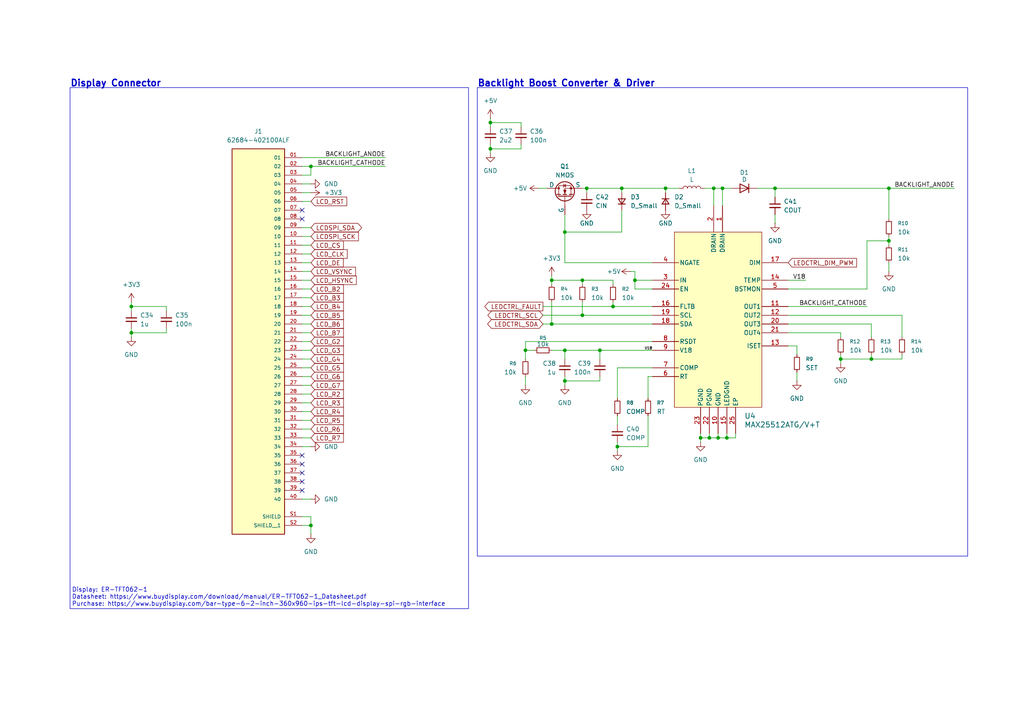
<source format=kicad_sch>
(kicad_sch (version 20250114) (generator "eeschema") (generator_version "9.0")
  (paper "A4")
  (lib_symbols
    (symbol "62684-402100ALF:62684-402100ALF" (pin_names (offset 1.016))
      (property "Reference" "J" (at -7.62 56.134 0))
      (property "Value" "62684-402100ALF" (at -7.62 -58.42 0))
      (symbol "62684-402100ALF_0_0"
        (rectangle (start -7.62 -55.88) (end 7.62 55.88) (stroke (width 0.254)) (fill (type background)))
        (pin passive line (at -12.7 53.34 0) (length 5.08) (name "01") (number "01"))
        (pin passive line (at -12.7 50.8 0) (length 5.08) (name "02") (number "02"))
        (pin passive line (at -12.7 48.26 0) (length 5.08) (name "03") (number "03"))
        (pin passive line (at -12.7 45.72 0) (length 5.08) (name "04") (number "04"))
        (pin passive line (at -12.7 43.18 0) (length 5.08) (name "05") (number "05"))
        (pin passive line (at -12.7 40.64 0) (length 5.08) (name "06") (number "06"))
        (pin passive line (at -12.7 38.1 0) (length 5.08) (name "07") (number "07"))
        (pin passive line (at -12.7 35.56 0) (length 5.08) (name "08") (number "08"))
        (pin passive line (at -12.7 33.02 0) (length 5.08) (name "09") (number "09"))
        (pin passive line (at -12.7 30.48 0) (length 5.08) (name "10") (number "10"))
        (pin passive line (at -12.7 27.94 0) (length 5.08) (name "11") (number "11"))
        (pin passive line (at -12.7 25.4 0) (length 5.08) (name "12") (number "12"))
        (pin passive line (at -12.7 22.86 0) (length 5.08) (name "13") (number "13"))
        (pin passive line (at -12.7 20.32 0) (length 5.08) (name "14") (number "14"))
        (pin passive line (at -12.7 17.78 0) (length 5.08) (name "15") (number "15"))
        (pin passive line (at -12.7 15.24 0) (length 5.08) (name "16") (number "16"))
        (pin passive line (at -12.7 12.7 0) (length 5.08) (name "17") (number "17"))
        (pin passive line (at -12.7 10.16 0) (length 5.08) (name "18") (number "18"))
        (pin passive line (at -12.7 7.62 0) (length 5.08) (name "19") (number "19"))
        (pin passive line (at -12.7 5.08 0) (length 5.08) (name "20") (number "20"))
        (pin passive line (at -12.7 2.54 0) (length 5.08) (name "21") (number "21"))
        (pin passive line (at -12.7 0 0) (length 5.08) (name "22") (number "22"))
        (pin passive line (at -12.7 -2.54 0) (length 5.08) (name "23") (number "23"))
        (pin passive line (at -12.7 -5.08 0) (length 5.08) (name "24") (number "24"))
        (pin passive line (at -12.7 -7.62 0) (length 5.08) (name "25") (number "25"))
        (pin passive line (at -12.7 -10.16 0) (length 5.08) (name "26") (number "26"))
        (pin passive line (at -12.7 -12.7 0) (length 5.08) (name "27") (number "27"))
        (pin passive line (at -12.7 -15.24 0) (length 5.08) (name "28") (number "28"))
        (pin passive line (at -12.7 -17.78 0) (length 5.08) (name "29") (number "29"))
        (pin passive line (at -12.7 -20.32 0) (length 5.08) (name "30") (number "30"))
        (pin passive line (at -12.7 -22.86 0) (length 5.08) (name "31") (number "31"))
        (pin passive line (at -12.7 -25.4 0) (length 5.08) (name "32") (number "32"))
        (pin passive line (at -12.7 -27.94 0) (length 5.08) (name "33") (number "33"))
        (pin passive line (at -12.7 -30.48 0) (length 5.08) (name "34") (number "34"))
        (pin passive line (at -12.7 -33.02 0) (length 5.08) (name "35") (number "35"))
        (pin passive line (at -12.7 -35.56 0) (length 5.08) (name "36") (number "36"))
        (pin passive line (at -12.7 -38.1 0) (length 5.08) (name "37") (number "37"))
        (pin passive line (at -12.7 -40.64 0) (length 5.08) (name "38") (number "38"))
        (pin passive line (at -12.7 -43.18 0) (length 5.08) (name "39") (number "39"))
        (pin passive line (at -12.7 -45.72 0) (length 5.08) (name "40") (number "40"))
        (pin passive line (at -12.7 -50.8 0) (length 5.08) (name "SHIELD") (number "S1"))
        (pin passive line (at -12.7 -53.34 0) (length 5.08) (name "SHIELD__1") (number "S2"))
      )
    )
    (symbol "Device:C_Small" (pin_numbers (hide yes)) (pin_names (offset 0.254) (hide yes))
      (property "Reference" "C" (at 0.254 1.778 0))
      (property "Value" "C_Small" (at 0.254 -2.032 0))
      (symbol "C_Small_0_1"
        (polyline (pts (xy -1.524 0.508) (xy 1.524 0.508)) (stroke (width 0.3048)))
        (polyline (pts (xy -1.524 -0.508) (xy 1.524 -0.508)) (stroke (width 0.3302)))
      )
      (symbol "C_Small_1_1"
        (pin passive line (at 0 2.54 270) (length 2.032) (name "~") (number "1"))
        (pin passive line (at 0 -2.54 90) (length 2.032) (name "~") (number "2"))
      )
    )
    (symbol "Device:D" (pin_numbers (hide yes)) (pin_names (offset 1.016) (hide yes))
      (property "Reference" "D" (at 0 2.54 0))
      (property "Value" "D" (at 0 -2.54 0))
      (symbol "D_0_1"
        (polyline (pts (xy -1.27 1.27) (xy -1.27 -1.27)) (stroke (width 0.254)))
        (polyline (pts (xy 1.27 1.27) (xy 1.27 -1.27) (xy -1.27 0) (xy 1.27 1.27)) (stroke (width 0.254)))
        (polyline (pts (xy 1.27 0) (xy -1.27 0)))
      )
      (symbol "D_1_1"
        (pin passive line (at -3.81 0 0) (length 2.54) (name "K") (number "1"))
        (pin passive line (at 3.81 0 180) (length 2.54) (name "A") (number "2"))
      )
    )
    (symbol "Device:D_Small" (pin_numbers (hide yes)) (pin_names (offset 0.254) (hide yes))
      (property "Reference" "D" (at -1.27 2.032 0))
      (property "Value" "D_Small" (at -3.81 -2.032 0))
      (symbol "D_Small_0_1"
        (polyline (pts (xy -0.762 0) (xy 0.762 0)))
        (polyline (pts (xy -0.762 -1.016) (xy -0.762 1.016)) (stroke (width 0.254)))
        (polyline (pts (xy 0.762 -1.016) (xy -0.762 0) (xy 0.762 1.016) (xy 0.762 -1.016)) (stroke (width 0.254)))
      )
      (symbol "D_Small_1_1"
        (pin passive line (at -2.54 0 0) (length 1.778) (name "K") (number "1"))
        (pin passive line (at 2.54 0 180) (length 1.778) (name "A") (number "2"))
      )
    )
    (symbol "Device:L" (pin_numbers (hide yes)) (pin_names (offset 1.016) (hide yes))
      (property "Reference" "L" (at -1.27 0 90))
      (property "Value" "L" (at 1.905 0 90))
      (symbol "L_0_1"
        (arc (start 0 2.54) (mid 0.6323 1.905) (end 0 1.27))
        (arc (start 0 1.27) (mid 0.6323 0.635) (end 0 0))
        (arc (start 0 0) (mid 0.6323 -0.635) (end 0 -1.27))
        (arc (start 0 -1.27) (mid 0.6323 -1.905) (end 0 -2.54))
      )
      (symbol "L_1_1"
        (pin passive line (at 0 3.81 270) (length 1.27) (name "1") (number "1"))
        (pin passive line (at 0 -3.81 90) (length 1.27) (name "2") (number "2"))
      )
    )
    (symbol "Device:R_Small" (pin_numbers (hide yes)) (pin_names (offset 0.254) (hide yes))
      (property "Reference" "R" (at 0 0 90))
      (property "Value" "R_Small" (at 1.778 0 90))
      (symbol "R_Small_0_1"
        (rectangle (start -0.762 1.778) (end 0.762 -1.778) (stroke (width 0.2032)))
      )
      (symbol "R_Small_1_1"
        (pin passive line (at 0 2.54 270) (length 0.762) (name "~") (number "1"))
        (pin passive line (at 0 -2.54 90) (length 0.762) (name "~") (number "2"))
      )
    )
    (symbol "MAX25512ATG/V+T:MAX25512ATG_V+T" (pin_names (offset 0.254))
      (property "Reference" "U" (at 26.416 4.572 0))
      (property "Value" "MAX25512ATG/V+T" (at 26.416 2.032 0))
      (symbol "MAX25512ATG_V+T_0_1"
        (pin unspecified line (at -6.35 -8.89 0) (length 7.62) (name "NGATE") (number "4"))
        (pin power_in line (at -6.35 -13.97 0) (length 7.62) (name "IN") (number "3"))
        (pin input line (at -6.35 -16.51 0) (length 7.62) (name "EN") (number "24"))
        (pin output line (at -6.35 -21.59 0) (length 7.62) (name "FLTB") (number "16"))
        (pin input line (at -6.35 -24.13 0) (length 7.62) (name "SCL") (number "19"))
        (pin unspecified line (at -6.35 -26.67 0) (length 7.62) (name "SDA") (number "18"))
        (pin input line (at -6.35 -31.75 0) (length 7.62) (name "RSDT") (number "8"))
        (pin power_in line (at -6.35 -34.29 0) (length 7.62) (name "V18") (number "9"))
        (pin input line (at -6.35 -39.37 0) (length 7.62) (name "COMP") (number "7"))
        (pin unspecified line (at -6.35 -41.91 0) (length 7.62) (name "RT") (number "6"))
        (pin power_out line (at 7.62 -58.42 90) (length 7.62) (name "PGND") (number "23"))
        (pin power_out line (at 10.16 -58.42 90) (length 7.62) (name "PGND") (number "22"))
        (pin unspecified line (at 11.43 7.62 270) (length 7.62) (name "DRAIN") (number "2"))
        (pin power_out line (at 12.7 -58.42 90) (length 7.62) (name "GND") (number "10"))
        (pin unspecified line (at 13.97 7.62 270) (length 7.62) (name "DRAIN") (number "1"))
        (pin power_out line (at 15.24 -58.42 90) (length 7.62) (name "LEDGND") (number "15"))
        (pin power_out line (at 17.78 -58.42 90) (length 7.62) (name "EP") (number "25"))
        (pin input line (at 33.02 -8.89 180) (length 7.62) (name "DIM") (number "17"))
        (pin input line (at 33.02 -13.97 180) (length 7.62) (name "TEMP") (number "14"))
        (pin input line (at 33.02 -16.51 180) (length 7.62) (name "BSTMON") (number "5"))
        (pin output line (at 33.02 -21.59 180) (length 7.62) (name "OUT1") (number "11"))
        (pin output line (at 33.02 -24.13 180) (length 7.62) (name "OUT2") (number "12"))
        (pin output line (at 33.02 -26.67 180) (length 7.62) (name "OUT3") (number "20"))
        (pin output line (at 33.02 -29.21 180) (length 7.62) (name "OUT4") (number "21"))
        (pin input line (at 33.02 -33.02 180) (length 7.62) (name "ISET") (number "13"))
      )
      (symbol "MAX25512ATG_V+T_1_1"
        (rectangle (start 0 0) (end 25.4 -50.8) (fill (type background)))
      )
    )
    (symbol "Simulation_SPICE:NMOS" (pin_numbers (hide yes)) (pin_names (offset 0))
      (property "Reference" "Q" (at 5.08 1.27 0))
      (property "Value" "NMOS" (at 5.08 -1.27 0))
      (symbol "NMOS_0_1"
        (polyline (pts (xy 0.254 1.905) (xy 0.254 -1.905)) (stroke (width 0.254)))
        (polyline (pts (xy 0.254 0) (xy -2.54 0)))
        (polyline (pts (xy 0.762 2.286) (xy 0.762 1.27)) (stroke (width 0.254)))
        (polyline (pts (xy 0.762 0.508) (xy 0.762 -0.508)) (stroke (width 0.254)))
        (polyline (pts (xy 0.762 -1.27) (xy 0.762 -2.286)) (stroke (width 0.254)))
        (polyline (pts (xy 0.762 -1.778) (xy 3.302 -1.778) (xy 3.302 1.778) (xy 0.762 1.778)))
        (polyline (pts (xy 1.016 0) (xy 2.032 0.381) (xy 2.032 -0.381) (xy 1.016 0)) (fill (type outline)))
        (circle (center 1.651 0) (radius 2.794) (stroke (width 0.254)))
        (polyline (pts (xy 2.54 2.54) (xy 2.54 1.778)))
        (circle (center 2.54 1.778) (radius 0.254) (fill (type outline)))
        (circle (center 2.54 -1.778) (radius 0.254) (fill (type outline)))
        (polyline (pts (xy 2.54 -2.54) (xy 2.54 0) (xy 0.762 0)))
        (polyline (pts (xy 2.794 0.508) (xy 2.921 0.381) (xy 3.683 0.381) (xy 3.81 0.254)))
        (polyline (pts (xy 3.302 0.381) (xy 2.921 -0.254) (xy 3.683 -0.254) (xy 3.302 0.381)))
      )
      (symbol "NMOS_1_1"
        (pin input line (at -5.08 0 0) (length 2.54) (name "G") (number "2"))
        (pin passive line (at 2.54 5.08 270) (length 2.54) (name "D") (number "1"))
        (pin passive line (at 2.54 -5.08 90) (length 2.54) (name "S") (number "3"))
      )
    )
    (symbol "power:+3V3" (power) (pin_numbers (hide yes)) (pin_names (offset 0) (hide yes))
      (property "Value" "+3V3" (at 0 3.556 0))
      (symbol "+3V3_0_1"
        (polyline (pts (xy -0.762 1.27) (xy 0 2.54)))
        (polyline (pts (xy 0 2.54) (xy 0.762 1.27)))
        (polyline (pts (xy 0 0) (xy 0 2.54)))
      )
      (symbol "+3V3_1_1"
        (pin power_in line (at 0 0 90) (length 0) (name "~") (number "1"))
      )
    )
    (symbol "power:+5V" (power) (pin_numbers (hide yes)) (pin_names (offset 0) (hide yes))
      (property "Value" "+5V" (at 0 3.556 0))
      (symbol "+5V_0_1"
        (polyline (pts (xy -0.762 1.27) (xy 0 2.54)))
        (polyline (pts (xy 0 2.54) (xy 0.762 1.27)))
        (polyline (pts (xy 0 0) (xy 0 2.54)))
      )
      (symbol "+5V_1_1"
        (pin power_in line (at 0 0 90) (length 0) (name "~") (number "1"))
      )
    )
    (symbol "power:GND" (power) (pin_numbers (hide yes)) (pin_names (offset 0) (hide yes))
      (property "Value" "GND" (at 0 -3.81 0))
      (symbol "GND_0_1"
        (polyline (pts (xy 0 0) (xy 0 -1.27) (xy 1.27 -1.27) (xy 0 -2.54) (xy -1.27 -1.27) (xy 0 -1.27)))
      )
      (symbol "GND_1_1"
        (pin power_in line (at 0 0 270) (length 0) (name "~") (number "1"))
      )
    )
  )
  (rectangle (start 138.43 25.4) (end 280.67 161.29))
  (rectangle (start 20.32 25.4) (end 135.89 176.53))
  (text "Display Connector" (at 20.32 25.4 0) (effects (font (size 1.905 1.905) (thickness 0.381) (bold yes)) (justify left bottom)))
  (text "Backlight Boost Converter & Driver" (at 138.43 25.4 0) (effects (font (size 1.905 1.905) (thickness 0.381) (bold yes)) (justify left bottom)))
  (text "Display: ER-TFT062-1\nDatasheet: https://www.buydisplay.com/download/manual/ER-TFT062-1_Datasheet.pdf\nPurchase: https://www.buydisplay.com/bar-type-6-2-inch-360x960-ips-tft-lcd-display-spi-rgb-interface" (at 20.828 176.022 0) (effects (font (size 1.27 1.27)) (justify left bottom)))
  (junction (at 160.02 93.98))
  (junction (at 179.07 129.54))
  (junction (at 207.01 54.61))
  (junction (at 243.84 104.14))
  (junction (at 168.91 91.44))
  (junction (at 209.55 54.61))
  (junction (at 38.1 96.52))
  (junction (at 173.99 101.6))
  (junction (at 163.83 101.6))
  (junction (at 257.81 54.61))
  (junction (at 205.74 127))
  (junction (at 184.15 81.28))
  (junction (at 224.79 54.61))
  (junction (at 257.81 69.85))
  (junction (at 38.1 88.9))
  (junction (at 210.82 127))
  (junction (at 163.83 67.31))
  (junction (at 163.83 110.49))
  (junction (at 180.34 54.61))
  (junction (at 193.04 54.61))
  (junction (at 142.24 35.56))
  (junction (at 152.4 101.6))
  (junction (at 170.18 54.61))
  (junction (at 208.28 127))
  (junction (at 252.73 104.14))
  (junction (at 90.17 152.4))
  (junction (at 142.24 43.18))
  (junction (at 168.91 81.28))
  (junction (at 90.17 48.26))
  (junction (at 160.02 81.28))
  (junction (at 177.8 88.9))
  (junction (at 203.2 127))
  (no_connect (at 87.63 137.16))
  (no_connect (at 87.63 139.7))
  (no_connect (at 87.63 63.5))
  (no_connect (at 87.63 134.62))
  (no_connect (at 87.63 132.08))
  (no_connect (at 87.63 142.24))
  (no_connect (at 87.63 60.96))
  (wire (pts (xy 90.17 124.46) (xy 87.63 124.46)))
  (wire (pts (xy 160.02 101.6) (xy 163.83 101.6)))
  (wire (pts (xy 90.17 121.92) (xy 87.63 121.92)))
  (wire (pts (xy 177.8 87.63) (xy 177.8 88.9)))
  (wire (pts (xy 180.34 67.31) (xy 163.83 67.31)))
  (wire (pts (xy 163.83 109.22) (xy 163.83 110.49)))
  (wire (pts (xy 154.94 101.6) (xy 152.4 101.6)))
  (wire (pts (xy 90.17 119.38) (xy 87.63 119.38)))
  (wire (pts (xy 193.04 54.61) (xy 196.85 54.61)))
  (wire (pts (xy 187.96 109.22) (xy 189.23 109.22)))
  (wire (pts (xy 142.24 34.29) (xy 142.24 35.56)))
  (wire (pts (xy 205.74 127) (xy 203.2 127)))
  (wire (pts (xy 213.36 125.73) (xy 213.36 127)))
  (wire (pts (xy 38.1 88.9) (xy 38.1 90.17)))
  (wire (pts (xy 184.15 78.74) (xy 182.88 78.74)))
  (wire (pts (xy 90.17 93.98) (xy 87.63 93.98)))
  (wire (pts (xy 90.17 86.36) (xy 87.63 86.36)))
  (wire (pts (xy 151.13 35.56) (xy 151.13 36.83)))
  (wire (pts (xy 213.36 127) (xy 210.82 127)))
  (wire (pts (xy 90.17 96.52) (xy 87.63 96.52)))
  (wire (pts (xy 179.07 128.27) (xy 179.07 129.54)))
  (wire (pts (xy 209.55 59.69) (xy 209.55 54.61)))
  (wire (pts (xy 209.55 54.61) (xy 207.01 54.61)))
  (wire (pts (xy 243.84 105.41) (xy 243.84 104.14)))
  (wire (pts (xy 170.18 54.61) (xy 180.34 54.61)))
  (wire (pts (xy 179.07 129.54) (xy 187.96 129.54)))
  (wire (pts (xy 90.17 154.94) (xy 90.17 152.4)))
  (wire (pts (xy 48.26 90.17) (xy 48.26 88.9)))
  (wire (pts (xy 179.07 129.54) (xy 179.07 130.81)))
  (wire (pts (xy 163.83 104.14) (xy 163.83 101.6)))
  (wire (pts (xy 90.17 111.76) (xy 87.63 111.76)))
  (wire (pts (xy 163.83 67.31) (xy 163.83 76.2)))
  (wire (pts (xy 87.63 152.4) (xy 90.17 152.4)))
  (wire (pts (xy 189.23 106.68) (xy 179.07 106.68)))
  (wire (pts (xy 152.4 99.06) (xy 189.23 99.06)))
  (wire (pts (xy 90.17 78.74) (xy 87.63 78.74)))
  (wire (pts (xy 87.63 144.78) (xy 90.17 144.78)))
  (wire (pts (xy 257.81 69.85) (xy 257.81 71.12)))
  (wire (pts (xy 87.63 55.88) (xy 90.17 55.88)))
  (wire (pts (xy 210.82 127) (xy 208.28 127)))
  (wire (pts (xy 90.17 127) (xy 87.63 127)))
  (wire (pts (xy 151.13 41.91) (xy 151.13 43.18)))
  (wire (pts (xy 48.26 95.25) (xy 48.26 96.52)))
  (wire (pts (xy 168.91 91.44) (xy 189.23 91.44)))
  (wire (pts (xy 257.81 68.58) (xy 257.81 69.85)))
  (wire (pts (xy 257.81 69.85) (xy 251.46 69.85)))
  (wire (pts (xy 252.73 104.14) (xy 261.62 104.14)))
  (wire (pts (xy 90.17 83.82) (xy 87.63 83.82)))
  (wire (pts (xy 163.83 101.6) (xy 173.99 101.6)))
  (wire (pts (xy 231.14 107.95) (xy 231.14 110.49)))
  (wire (pts (xy 180.34 60.96) (xy 180.34 67.31)))
  (wire (pts (xy 90.17 48.26) (xy 111.76 48.26)))
  (wire (pts (xy 173.99 109.22) (xy 173.99 110.49)))
  (wire (pts (xy 90.17 81.28) (xy 87.63 81.28)))
  (wire (pts (xy 251.46 69.85) (xy 251.46 83.82)))
  (wire (pts (xy 184.15 83.82) (xy 184.15 81.28)))
  (wire (pts (xy 203.2 127) (xy 203.2 128.27)))
  (wire (pts (xy 90.17 106.68) (xy 87.63 106.68)))
  (wire (pts (xy 210.82 125.73) (xy 210.82 127)))
  (wire (pts (xy 157.48 88.9) (xy 177.8 88.9)))
  (wire (pts (xy 142.24 43.18) (xy 151.13 43.18)))
  (wire (pts (xy 208.28 125.73) (xy 208.28 127)))
  (wire (pts (xy 180.34 55.88) (xy 180.34 54.61)))
  (wire (pts (xy 173.99 110.49) (xy 163.83 110.49)))
  (wire (pts (xy 156.21 54.61) (xy 158.75 54.61)))
  (wire (pts (xy 87.63 53.34) (xy 90.17 53.34)))
  (wire (pts (xy 228.6 88.9) (xy 251.46 88.9)))
  (wire (pts (xy 231.14 100.33) (xy 228.6 100.33)))
  (wire (pts (xy 90.17 114.3) (xy 87.63 114.3)))
  (wire (pts (xy 205.74 125.73) (xy 205.74 127)))
  (wire (pts (xy 163.83 76.2) (xy 189.23 76.2)))
  (wire (pts (xy 219.71 54.61) (xy 224.79 54.61)))
  (wire (pts (xy 90.17 149.86) (xy 87.63 149.86)))
  (wire (pts (xy 257.81 54.61) (xy 276.86 54.61)))
  (wire (pts (xy 170.18 55.88) (xy 170.18 54.61)))
  (wire (pts (xy 90.17 88.9) (xy 87.63 88.9)))
  (wire (pts (xy 251.46 83.82) (xy 228.6 83.82)))
  (wire (pts (xy 179.07 106.68) (xy 179.07 115.57)))
  (wire (pts (xy 90.17 73.66) (xy 87.63 73.66)))
  (wire (pts (xy 228.6 93.98) (xy 252.73 93.98)))
  (wire (pts (xy 160.02 87.63) (xy 160.02 93.98)))
  (wire (pts (xy 252.73 102.87) (xy 252.73 104.14)))
  (wire (pts (xy 160.02 80.01) (xy 160.02 81.28)))
  (wire (pts (xy 90.17 99.06) (xy 87.63 99.06)))
  (wire (pts (xy 261.62 91.44) (xy 261.62 97.79)))
  (wire (pts (xy 38.1 96.52) (xy 38.1 97.79)))
  (wire (pts (xy 90.17 48.26) (xy 90.17 50.8)))
  (wire (pts (xy 152.4 99.06) (xy 152.4 101.6)))
  (wire (pts (xy 168.91 81.28) (xy 160.02 81.28)))
  (wire (pts (xy 187.96 115.57) (xy 187.96 109.22)))
  (wire (pts (xy 90.17 66.04) (xy 87.63 66.04)))
  (wire (pts (xy 90.17 71.12) (xy 87.63 71.12)))
  (wire (pts (xy 168.91 54.61) (xy 170.18 54.61)))
  (wire (pts (xy 224.79 57.15) (xy 224.79 54.61)))
  (wire (pts (xy 231.14 102.87) (xy 231.14 100.33)))
  (wire (pts (xy 257.81 54.61) (xy 224.79 54.61)))
  (wire (pts (xy 168.91 81.28) (xy 168.91 82.55)))
  (wire (pts (xy 203.2 125.73) (xy 203.2 127)))
  (wire (pts (xy 209.55 54.61) (xy 212.09 54.61)))
  (wire (pts (xy 243.84 104.14) (xy 252.73 104.14)))
  (wire (pts (xy 257.81 63.5) (xy 257.81 54.61)))
  (wire (pts (xy 87.63 45.72) (xy 111.76 45.72)))
  (wire (pts (xy 163.83 62.23) (xy 163.83 67.31)))
  (wire (pts (xy 208.28 127) (xy 205.74 127)))
  (wire (pts (xy 252.73 93.98) (xy 252.73 97.79)))
  (wire (pts (xy 173.99 101.6) (xy 189.23 101.6)))
  (wire (pts (xy 90.17 116.84) (xy 87.63 116.84)))
  (wire (pts (xy 90.17 50.8) (xy 87.63 50.8)))
  (wire (pts (xy 228.6 81.28) (xy 233.68 81.28)))
  (wire (pts (xy 90.17 76.2) (xy 87.63 76.2)))
  (wire (pts (xy 187.96 129.54) (xy 187.96 120.65)))
  (wire (pts (xy 90.17 68.58) (xy 87.63 68.58)))
  (wire (pts (xy 38.1 88.9) (xy 38.1 87.63)))
  (wire (pts (xy 168.91 87.63) (xy 168.91 91.44)))
  (wire (pts (xy 142.24 35.56) (xy 151.13 35.56)))
  (wire (pts (xy 189.23 83.82) (xy 184.15 83.82)))
  (wire (pts (xy 87.63 58.42) (xy 90.17 58.42)))
  (wire (pts (xy 177.8 82.55) (xy 177.8 81.28)))
  (wire (pts (xy 184.15 78.74) (xy 184.15 81.28)))
  (wire (pts (xy 228.6 91.44) (xy 261.62 91.44)))
  (wire (pts (xy 261.62 104.14) (xy 261.62 102.87)))
  (wire (pts (xy 90.17 109.22) (xy 87.63 109.22)))
  (wire (pts (xy 157.48 93.98) (xy 160.02 93.98)))
  (wire (pts (xy 142.24 41.91) (xy 142.24 43.18)))
  (wire (pts (xy 163.83 110.49) (xy 163.83 111.76)))
  (wire (pts (xy 204.47 54.61) (xy 207.01 54.61)))
  (wire (pts (xy 160.02 81.28) (xy 160.02 82.55)))
  (wire (pts (xy 142.24 35.56) (xy 142.24 36.83)))
  (wire (pts (xy 38.1 95.25) (xy 38.1 96.52)))
  (wire (pts (xy 193.04 55.88) (xy 193.04 54.61)))
  (wire (pts (xy 157.48 91.44) (xy 168.91 91.44)))
  (wire (pts (xy 243.84 96.52) (xy 228.6 96.52)))
  (wire (pts (xy 257.81 76.2) (xy 257.81 78.74)))
  (wire (pts (xy 152.4 109.22) (xy 152.4 111.76)))
  (wire (pts (xy 180.34 54.61) (xy 193.04 54.61)))
  (wire (pts (xy 152.4 101.6) (xy 152.4 104.14)))
  (wire (pts (xy 177.8 88.9) (xy 189.23 88.9)))
  (wire (pts (xy 243.84 97.79) (xy 243.84 96.52)))
  (wire (pts (xy 160.02 93.98) (xy 189.23 93.98)))
  (wire (pts (xy 90.17 101.6) (xy 87.63 101.6)))
  (wire (pts (xy 87.63 129.54) (xy 90.17 129.54)))
  (wire (pts (xy 184.15 81.28) (xy 189.23 81.28)))
  (wire (pts (xy 177.8 81.28) (xy 168.91 81.28)))
  (wire (pts (xy 90.17 104.14) (xy 87.63 104.14)))
  (wire (pts (xy 173.99 104.14) (xy 173.99 101.6)))
  (wire (pts (xy 142.24 43.18) (xy 142.24 44.45)))
  (wire (pts (xy 243.84 102.87) (xy 243.84 104.14)))
  (wire (pts (xy 207.01 54.61) (xy 207.01 59.69)))
  (wire (pts (xy 90.17 91.44) (xy 87.63 91.44)))
  (wire (pts (xy 179.07 120.65) (xy 179.07 123.19)))
  (wire (pts (xy 90.17 48.26) (xy 87.63 48.26)))
  (wire (pts (xy 224.79 62.23) (xy 224.79 64.77)))
  (wire (pts (xy 38.1 88.9) (xy 48.26 88.9)))
  (wire (pts (xy 90.17 152.4) (xy 90.17 149.86)))
  (wire (pts (xy 48.26 96.52) (xy 38.1 96.52)))
  (label "BACKLIGHT_CATHODE" (at 111.76 48.26 180))
  (label "BACKLIGHT_ANODE" (at 111.76 45.72 180))
  (label "V18" (at 189.23 101.6 180) (effects (font (size 0.762 0.762))))
  (label "BACKLIGHT_CATHODE" (at 251.46 88.9 180))
  (label "V18" (at 233.68 81.28 180))
  (label "BACKLIGHT_ANODE" (at 276.86 54.61 180))
  (global_label "LEDCTRL_SDA" (shape bidirectional) (at 157.48 93.98 180) (property "Intersheetrefs" "${INTERSHEET_REFS}" (effects (hide yes))))
  (global_label "LCD_VSYNC" (shape input) (at 90.17 78.74 0) (property "Intersheetrefs" "${INTERSHEET_REFS}" (effects (hide yes))))
  (global_label "LCD_R3" (shape input) (at 90.17 116.84 0) (property "Intersheetrefs" "${INTERSHEET_REFS}" (effects (hide yes))))
  (global_label "LEDCTRL_FAULT" (shape output) (at 157.48 88.9 180) (property "Intersheetrefs" "${INTERSHEET_REFS}" (effects (hide yes))))
  (global_label "LCD_CLK" (shape input) (at 90.17 73.66 0) (property "Intersheetrefs" "${INTERSHEET_REFS}" (effects (hide yes))))
  (global_label "LCD_R5" (shape input) (at 90.17 121.92 0) (property "Intersheetrefs" "${INTERSHEET_REFS}" (effects (hide yes))))
  (global_label "LCD_CS" (shape input) (at 90.17 71.12 0) (property "Intersheetrefs" "${INTERSHEET_REFS}" (effects (hide yes))))
  (global_label "LCD_B5" (shape input) (at 90.17 91.44 0) (property "Intersheetrefs" "${INTERSHEET_REFS}" (effects (hide yes))))
  (global_label "LCD_R6" (shape input) (at 90.17 124.46 0) (property "Intersheetrefs" "${INTERSHEET_REFS}" (effects (hide yes))))
  (global_label "LCD_DE" (shape input) (at 90.17 76.2 0) (property "Intersheetrefs" "${INTERSHEET_REFS}" (effects (hide yes))))
  (global_label "LCD_G5" (shape input) (at 90.17 106.68 0) (property "Intersheetrefs" "${INTERSHEET_REFS}" (effects (hide yes))))
  (global_label "LEDCTRL_DIM_PWM" (shape input) (at 228.6 76.2 0) (property "Intersheetrefs" "${INTERSHEET_REFS}" (effects (hide yes))))
  (global_label "LCD_B4" (shape input) (at 90.17 88.9 0) (property "Intersheetrefs" "${INTERSHEET_REFS}" (effects (hide yes))))
  (global_label "LCD_RST" (shape input) (at 90.17 58.42 0) (property "Intersheetrefs" "${INTERSHEET_REFS}" (effects (hide yes))))
  (global_label "LCD_G4" (shape input) (at 90.17 104.14 0) (property "Intersheetrefs" "${INTERSHEET_REFS}" (effects (hide yes))))
  (global_label "LCD_G2" (shape input) (at 90.17 99.06 0) (property "Intersheetrefs" "${INTERSHEET_REFS}" (effects (hide yes))))
  (global_label "LCD_R2" (shape input) (at 90.17 114.3 0) (property "Intersheetrefs" "${INTERSHEET_REFS}" (effects (hide yes))))
  (global_label "LCD_B6" (shape input) (at 90.17 93.98 0) (property "Intersheetrefs" "${INTERSHEET_REFS}" (effects (hide yes))))
  (global_label "LCD_B2" (shape input) (at 90.17 83.82 0) (property "Intersheetrefs" "${INTERSHEET_REFS}" (effects (hide yes))))
  (global_label "LCD_G3" (shape input) (at 90.17 101.6 0) (property "Intersheetrefs" "${INTERSHEET_REFS}" (effects (hide yes))))
  (global_label "LCD_B7" (shape input) (at 90.17 96.52 0) (property "Intersheetrefs" "${INTERSHEET_REFS}" (effects (hide yes))))
  (global_label "LCDSPI_SCK" (shape input) (at 90.17 68.58 0) (property "Intersheetrefs" "${INTERSHEET_REFS}" (effects (hide yes))))
  (global_label "LCD_R4" (shape input) (at 90.17 119.38 0) (property "Intersheetrefs" "${INTERSHEET_REFS}" (effects (hide yes))))
  (global_label "LCDSPI_SDA" (shape bidirectional) (at 90.17 66.04 0) (property "Intersheetrefs" "${INTERSHEET_REFS}" (effects (hide yes))))
  (global_label "LCD_G6" (shape input) (at 90.17 109.22 0) (property "Intersheetrefs" "${INTERSHEET_REFS}" (effects (hide yes))))
  (global_label "LCD_R7" (shape input) (at 90.17 127 0) (property "Intersheetrefs" "${INTERSHEET_REFS}" (effects (hide yes))))
  (global_label "LEDCTRL_SCL" (shape bidirectional) (at 157.48 91.44 180) (property "Intersheetrefs" "${INTERSHEET_REFS}" (effects (hide yes))))
  (global_label "LCD_B3" (shape input) (at 90.17 86.36 0) (property "Intersheetrefs" "${INTERSHEET_REFS}" (effects (hide yes))))
  (global_label "LCD_G7" (shape input) (at 90.17 111.76 0) (property "Intersheetrefs" "${INTERSHEET_REFS}" (effects (hide yes))))
  (global_label "LCD_HSYNC" (shape input) (at 90.17 81.28 0) (property "Intersheetrefs" "${INTERSHEET_REFS}" (effects (hide yes))))
  (symbol (lib_id "Device:R_Small") (at 179.07 118.11 0) (unit 1)
    (property "Reference" "R8" (at 181.61 116.8399 0) (effects (font (size 1.016 1.016)) (justify left)))
    (property "Value" "COMP" (at 181.61 119.3799 0) (effects (justify left)))
    (property "Footprint" "Resistor_SMD:R_0402_1005Metric" (effects (hide yes)))
    (property "Description" "Resistor, small symbol" (effects (hide yes)))
  )
  (symbol (lib_id "Device:R_Small") (at 152.4 106.68 0) (mirror x) (unit 1)
    (property "Reference" "R6" (at 149.86 105.4099 0) (effects (font (size 1.016 1.016)) (justify right)))
    (property "Value" "10k" (at 149.86 107.9499 0) (effects (justify right)))
    (property "Footprint" "Resistor_SMD:R_0402_1005Metric" (effects (hide yes)))
    (property "Description" "Resistor, small symbol" (effects (hide yes)))
  )
  (symbol (lib_id "Device:D") (at 215.9 54.61 180) (unit 1)
    (property "Reference" "D1" (at 215.9 50.038 0))
    (property "Value" "D" (at 215.9 52.07 0))
    (property "Description" "Diode" (effects (hide yes)))
    (property "Sim.Device" "D" (effects (hide yes)))
    (property "Sim.Pins" "1=K 2=A" (effects (hide yes)))
  )
  (symbol (lib_id "Device:R_Small") (at 187.96 118.11 0) (unit 1)
    (property "Reference" "R7" (at 190.5 116.8399 0) (effects (font (size 1.016 1.016)) (justify left)))
    (property "Value" "RT" (at 190.5 119.3799 0) (effects (justify left)))
    (property "Footprint" "Resistor_SMD:R_0402_1005Metric" (effects (hide yes)))
    (property "Description" "Resistor, small symbol" (effects (hide yes)))
  )
  (symbol (lib_id "power:+5V") (at 156.21 54.61 90) (unit 1)
    (property "Reference" "#PWR047" (effects (hide yes)))
    (property "Value" "+5V" (at 152.908 54.61 90) (effects (justify left)))
    (property "Description" "Power symbol creates a global label with name \"+5V\"" (effects (hide yes)))
  )
  (symbol (lib_id "power:+5V") (at 142.24 34.29 0) (unit 1)
    (property "Reference" "#PWR034" (effects (hide yes)))
    (property "Value" "+5V" (at 142.24 29.21 0))
    (property "Description" "Power symbol creates a global label with name \"+5V\"" (effects (hide yes)))
  )
  (symbol (lib_id "Device:R_Small") (at 168.91 85.09 0) (unit 1)
    (property "Reference" "R3" (at 171.45 83.8199 0) (effects (font (size 1.016 1.016)) (justify left)))
    (property "Value" "10k" (at 171.45 86.3599 0) (effects (justify left)))
    (property "Footprint" "Resistor_SMD:R_0402_1005Metric" (effects (hide yes)))
    (property "Description" "Resistor, small symbol" (effects (hide yes)))
  )
  (symbol (lib_id "Device:D_Small") (at 180.34 58.42 90) (unit 1)
    (property "Reference" "D3" (at 182.88 57.1499 90) (effects (justify right)))
    (property "Value" "D_Small" (at 182.88 59.6899 90) (effects (justify right)))
    (property "Description" "Diode, small symbol" (effects (hide yes)))
    (property "Sim.Device" "D" (effects (hide yes)))
    (property "Sim.Pins" "1=K 2=A" (effects (hide yes)))
  )
  (symbol (lib_id "power:+3V3") (at 38.1 87.63 0) (unit 1)
    (property "Reference" "#PWR031" (effects (hide yes)))
    (property "Value" "+3V3" (at 38.1 82.55 0))
    (property "Description" "Power symbol creates a global label with name \"+3V3\"" (effects (hide yes)))
  )
  (symbol (lib_id "Device:D_Small") (at 193.04 58.42 270) (unit 1)
    (property "Reference" "D2" (at 195.58 57.1499 90) (effects (justify left)))
    (property "Value" "D_Small" (at 195.58 59.6899 90) (effects (justify left)))
    (property "Description" "Diode, small symbol" (effects (hide yes)))
    (property "Sim.Device" "D" (effects (hide yes)))
    (property "Sim.Pins" "1=K 2=A" (effects (hide yes)))
  )
  (symbol (lib_id "Device:R_Small") (at 243.84 100.33 0) (unit 1)
    (property "Reference" "R12" (at 246.38 99.0599 0) (effects (font (size 1.016 1.016)) (justify left)))
    (property "Value" "10k" (at 246.38 101.5999 0) (effects (justify left)))
    (property "Footprint" "Resistor_SMD:R_0402_1005Metric" (effects (hide yes)))
    (property "Description" "Resistor, small symbol" (effects (hide yes)))
  )
  (symbol (lib_id "power:GND") (at 231.14 110.49 0) (unit 1)
    (property "Reference" "#PWR041" (effects (hide yes)))
    (property "Value" "GND" (at 231.14 115.57 0))
    (property "Description" "Power symbol creates a global label with name \"GND\" , ground" (effects (hide yes)))
  )
  (symbol (lib_id "Device:C_Small") (at 142.24 39.37 0) (mirror y) (unit 1)
    (property "Reference" "C37" (at 144.78 38.1062 0) (effects (justify right)))
    (property "Value" "2u2" (at 144.78 40.6462 0) (effects (justify right)))
    (property "Footprint" "Capacitor_SMD:C_0603_1608Metric" (effects (hide yes)))
    (property "Description" "Unpolarized capacitor, small symbol" (effects (hide yes)))
  )
  (symbol (lib_id "Device:R_Small") (at 257.81 73.66 0) (unit 1)
    (property "Reference" "R11" (at 260.35 72.3899 0) (effects (font (size 1.016 1.016)) (justify left)))
    (property "Value" "10k" (at 260.35 74.9299 0) (effects (justify left)))
    (property "Footprint" "Resistor_SMD:R_0402_1005Metric" (effects (hide yes)))
    (property "Description" "Resistor, small symbol" (effects (hide yes)))
  )
  (symbol (lib_id "Device:C_Small") (at 170.18 58.42 0) (mirror y) (unit 1)
    (property "Reference" "C42" (at 172.72 57.1562 0) (effects (justify right)))
    (property "Value" "CIN" (at 172.72 59.6962 0) (effects (justify right)))
    (property "Footprint" "Capacitor_SMD:C_0603_1608Metric" (effects (hide yes)))
    (property "Description" "Unpolarized capacitor, small symbol" (effects (hide yes)))
  )
  (symbol (lib_id "power:GND") (at 90.17 53.34 90) (unit 1)
    (property "Reference" "#PWR027" (effects (hide yes)))
    (property "Value" "GND" (at 93.98 53.3399 90) (effects (justify right)))
    (property "Description" "Power symbol creates a global label with name \"GND\" , ground" (effects (hide yes)))
  )
  (symbol (lib_id "power:GND") (at 257.81 78.74 0) (unit 1)
    (property "Reference" "#PWR042" (effects (hide yes)))
    (property "Value" "GND" (at 257.81 83.82 0))
    (property "Description" "Power symbol creates a global label with name \"GND\" , ground" (effects (hide yes)))
  )
  (symbol (lib_id "Device:R_Small") (at 160.02 85.09 0) (unit 1)
    (property "Reference" "R4" (at 162.56 83.8199 0) (effects (font (size 1.016 1.016)) (justify left)))
    (property "Value" "10k" (at 162.56 86.3599 0) (effects (justify left)))
    (property "Footprint" "Resistor_SMD:R_0402_1005Metric" (effects (hide yes)))
    (property "Description" "Resistor, small symbol" (effects (hide yes)))
  )
  (symbol (lib_id "Device:R_Small") (at 177.8 85.09 0) (unit 1)
    (property "Reference" "R2" (at 180.34 83.8199 0) (effects (font (size 1.016 1.016)) (justify left)))
    (property "Value" "10k" (at 180.34 86.3599 0) (effects (justify left)))
    (property "Footprint" "Resistor_SMD:R_0402_1005Metric" (effects (hide yes)))
    (property "Description" "Resistor, small symbol" (effects (hide yes)))
  )
  (symbol (lib_id "Device:R_Small") (at 252.73 100.33 0) (unit 1)
    (property "Reference" "R13" (at 255.27 99.0599 0) (effects (font (size 1.016 1.016)) (justify left)))
    (property "Value" "10k" (at 255.27 101.5999 0) (effects (justify left)))
    (property "Footprint" "Resistor_SMD:R_0402_1005Metric" (effects (hide yes)))
    (property "Description" "Resistor, small symbol" (effects (hide yes)))
  )
  (symbol (lib_id "power:GND") (at 152.4 111.76 0) (unit 1)
    (property "Reference" "#PWR039" (effects (hide yes)))
    (property "Value" "GND" (at 152.4 116.84 0))
    (property "Description" "Power symbol creates a global label with name \"GND\" , ground" (effects (hide yes)))
  )
  (symbol (lib_id "Device:R_Small") (at 157.48 101.6 90) (unit 1)
    (property "Reference" "R5" (at 157.48 98.044 90) (effects (font (size 1.016 1.016))))
    (property "Value" "10k" (at 157.48 99.822 90))
    (property "Footprint" "Resistor_SMD:R_0402_1005Metric" (effects (hide yes)))
    (property "Description" "Resistor, small symbol" (effects (hide yes)))
  )
  (symbol (lib_id "Device:C_Small") (at 38.1 92.71 0) (unit 1)
    (property "Reference" "C34" (at 40.64 91.4462 0) (effects (justify left)))
    (property "Value" "1u" (at 40.64 93.9862 0) (effects (justify left)))
    (property "Footprint" "Capacitor_SMD:C_0603_1608Metric" (effects (hide yes)))
    (property "Description" "Unpolarized capacitor, small symbol" (effects (hide yes)))
  )
  (symbol (lib_id "Device:R_Small") (at 261.62 100.33 0) (unit 1)
    (property "Reference" "R14" (at 264.16 99.0599 0) (effects (font (size 1.016 1.016)) (justify left)))
    (property "Value" "10k" (at 264.16 101.5999 0) (effects (justify left)))
    (property "Footprint" "Resistor_SMD:R_0402_1005Metric" (effects (hide yes)))
    (property "Description" "Resistor, small symbol" (effects (hide yes)))
  )
  (symbol (lib_id "power:GND") (at 243.84 105.41 0) (unit 1)
    (property "Reference" "#PWR043" (effects (hide yes)))
    (property "Value" "GND" (at 243.84 110.49 0))
    (property "Description" "Power symbol creates a global label with name \"GND\" , ground" (effects (hide yes)))
  )
  (symbol (lib_id "MAX25512ATG/V+T:MAX25512ATG_V+T") (at 195.58 67.31 0) (unit 1)
    (property "Reference" "U4" (at 215.9 120.65 0) (effects (font (size 1.524 1.524)) (justify left)))
    (property "Value" "MAX25512ATG/V+T" (at 215.9 123.19 0) (effects (font (size 1.524 1.524)) (justify left)))
    (property "Footprint" "Package_DFN_QFN:WQFN-24-1EP_4x4mm_P0.5mm_EP2.45x2.45mm_ThermalVias" (effects (hide yes)))
    (property "Datasheet" "MAX25512ATG/V+T" (effects (hide yes)))
  )
  (symbol (lib_id "power:GND") (at 90.17 154.94 0) (unit 1)
    (property "Reference" "#PWR026" (effects (hide yes)))
    (property "Value" "GND" (at 90.17 160.02 0))
    (property "Description" "Power symbol creates a global label with name \"GND\" , ground" (effects (hide yes)))
  )
  (symbol (lib_id "power:GND") (at 224.79 64.77 0) (unit 1)
    (property "Reference" "#PWR044" (effects (hide yes)))
    (property "Value" "GND" (at 224.79 69.85 0))
    (property "Description" "Power symbol creates a global label with name \"GND\" , ground" (effects (hide yes)))
  )
  (symbol (lib_id "power:+3V3") (at 160.02 80.01 0) (unit 1)
    (property "Reference" "#PWR036" (effects (hide yes)))
    (property "Value" "+3V3" (at 160.02 74.93 0))
    (property "Description" "Power symbol creates a global label with name \"+3V3\"" (effects (hide yes)))
  )
  (symbol (lib_id "Device:C_Small") (at 173.99 106.68 0) (unit 1)
    (property "Reference" "C39" (at 171.45 105.4162 0) (effects (justify right)))
    (property "Value" "100n" (at 171.45 107.9562 0) (effects (justify right)))
    (property "Footprint" "Capacitor_SMD:C_0402_1005Metric" (effects (hide yes)))
    (property "Description" "Unpolarized capacitor, small symbol" (effects (hide yes)))
  )
  (symbol (lib_id "power:GND") (at 38.1 97.79 0) (unit 1)
    (property "Reference" "#PWR032" (effects (hide yes)))
    (property "Value" "GND" (at 38.1 102.87 0))
    (property "Description" "Power symbol creates a global label with name \"GND\" , ground" (effects (hide yes)))
  )
  (symbol (lib_id "Device:C_Small") (at 179.07 125.73 0) (mirror y) (unit 1)
    (property "Reference" "C40" (at 181.61 124.4662 0) (effects (justify right)))
    (property "Value" "COMP" (at 181.61 127.0062 0) (effects (justify right)))
    (property "Footprint" "Capacitor_SMD:C_0603_1608Metric" (effects (hide yes)))
    (property "Description" "Unpolarized capacitor, small symbol" (effects (hide yes)))
  )
  (symbol (lib_id "power:+3V3") (at 90.17 55.88 270) (unit 1)
    (property "Reference" "#PWR028" (effects (hide yes)))
    (property "Value" "+3V3" (at 93.98 55.8799 90) (effects (justify left)))
    (property "Description" "Power symbol creates a global label with name \"+3V3\"" (effects (hide yes)))
  )
  (symbol (lib_id "power:GND") (at 179.07 130.81 0) (unit 1)
    (property "Reference" "#PWR040" (effects (hide yes)))
    (property "Value" "GND" (at 179.07 135.89 0))
    (property "Description" "Power symbol creates a global label with name \"GND\" , ground" (effects (hide yes)))
  )
  (symbol (lib_id "power:GND") (at 193.04 60.96 0) (unit 1)
    (property "Reference" "#PWR045" (effects (hide yes)))
    (property "Value" "GND" (at 193.04 64.77 0))
    (property "Description" "Power symbol creates a global label with name \"GND\" , ground" (effects (hide yes)))
  )
  (symbol (lib_id "power:GND") (at 90.17 144.78 90) (unit 1)
    (property "Reference" "#PWR030" (effects (hide yes)))
    (property "Value" "GND" (at 93.98 144.7799 90) (effects (justify right)))
    (property "Description" "Power symbol creates a global label with name \"GND\" , ground" (effects (hide yes)))
  )
  (symbol (lib_id "power:GND") (at 142.24 44.45 0) (unit 1)
    (property "Reference" "#PWR035" (effects (hide yes)))
    (property "Value" "GND" (at 142.24 49.53 0))
    (property "Description" "Power symbol creates a global label with name \"GND\" , ground" (effects (hide yes)))
  )
  (symbol (lib_id "power:GND") (at 163.83 111.76 0) (unit 1)
    (property "Reference" "#PWR038" (effects (hide yes)))
    (property "Value" "GND" (at 163.83 116.84 0))
    (property "Description" "Power symbol creates a global label with name \"GND\" , ground" (effects (hide yes)))
  )
  (symbol (lib_id "Device:C_Small") (at 151.13 39.37 0) (mirror y) (unit 1)
    (property "Reference" "C36" (at 153.67 38.1062 0) (effects (justify right)))
    (property "Value" "100n" (at 153.67 40.6462 0) (effects (justify right)))
    (property "Footprint" "Capacitor_SMD:C_0402_1005Metric" (effects (hide yes)))
    (property "Description" "Unpolarized capacitor, small symbol" (effects (hide yes)))
  )
  (symbol (lib_id "power:GND") (at 90.17 129.54 90) (unit 1)
    (property "Reference" "#PWR029" (effects (hide yes)))
    (property "Value" "GND" (at 93.98 129.5399 90) (effects (justify right)))
    (property "Description" "Power symbol creates a global label with name \"GND\" , ground" (effects (hide yes)))
  )
  (symbol (lib_id "Simulation_SPICE:NMOS") (at 163.83 57.15 90) (unit 1)
    (property "Reference" "Q1" (at 163.83 48.26 90))
    (property "Value" "NMOS" (at 163.83 50.8 90))
    (property "Datasheet" "https://ngspice.sourceforge.io/docs/ngspice-html-manual/manual.xhtml#cha_MOSFETs" (effects (hide yes)))
    (property "Description" "N-MOSFET transistor, drain/source/gate" (effects (hide yes)))
    (property "Sim.Device" "NMOS" (effects (hide yes)))
    (property "Sim.Type" "VDMOS" (effects (hide yes)))
    (property "Sim.Pins" "1=D 2=G 3=S" (effects (hide yes)))
  )
  (symbol (lib_id "power:+5V") (at 182.88 78.74 90) (unit 1)
    (property "Reference" "#PWR033" (effects (hide yes)))
    (property "Value" "+5V" (at 180.086 78.74 90) (effects (justify left)))
    (property "Description" "Power symbol creates a global label with name \"+5V\"" (effects (hide yes)))
  )
  (symbol (lib_id "Device:R_Small") (at 231.14 105.41 0) (unit 1)
    (property "Reference" "R9" (at 233.68 104.1399 0) (effects (font (size 1.016 1.016)) (justify left)))
    (property "Value" "SET" (at 233.68 106.6799 0) (effects (justify left)))
    (property "Footprint" "Resistor_SMD:R_0402_1005Metric" (effects (hide yes)))
    (property "Description" "Resistor, small symbol" (effects (hide yes)))
  )
  (symbol (lib_id "Device:C_Small") (at 48.26 92.71 0) (mirror y) (unit 1)
    (property "Reference" "C35" (at 50.8 91.4462 0) (effects (justify right)))
    (property "Value" "100n" (at 50.8 93.9862 0) (effects (justify right)))
    (property "Footprint" "Capacitor_SMD:C_0402_1005Metric" (effects (hide yes)))
    (property "Description" "Unpolarized capacitor, small symbol" (effects (hide yes)))
  )
  (symbol (lib_id "power:GND") (at 203.2 128.27 0) (unit 1)
    (property "Reference" "#PWR037" (effects (hide yes)))
    (property "Value" "GND" (at 203.2 133.35 0))
    (property "Description" "Power symbol creates a global label with name \"GND\" , ground" (effects (hide yes)))
  )
  (symbol (lib_id "Device:C_Small") (at 224.79 59.69 0) (mirror y) (unit 1)
    (property "Reference" "C41" (at 227.33 58.4262 0) (effects (justify right)))
    (property "Value" "COUT" (at 227.33 60.9662 0) (effects (justify right)))
    (property "Footprint" "Capacitor_SMD:C_0603_1608Metric" (effects (hide yes)))
    (property "Description" "Unpolarized capacitor, small symbol" (effects (hide yes)))
  )
  (symbol (lib_id "Device:L") (at 200.66 54.61 90) (unit 1)
    (property "Reference" "L1" (at 200.66 49.53 90))
    (property "Value" "L" (at 200.66 52.07 90))
    (property "Description" "Inductor" (effects (hide yes)))
  )
  (symbol (lib_id "62684-402100ALF:62684-402100ALF") (at 74.93 99.06 0) (mirror y) (unit 1)
    (property "Reference" "J1" (at 74.93 38.1 0))
    (property "Value" "62684-402100ALF" (at 74.93 40.64 0))
    (property "Footprint" "62684-402100ALF:AMPHENOL_62684-402100ALF" (effects (hide yes)))
    (property "PARTREV" "AK" (effects (hide yes)))
    (property "STANDARD" "Manufacturer Recommendations" (effects (hide yes)))
    (property "MAXIMUM_PACKAGE_HEIGHT" "2.00mm" (effects (hide yes)))
    (property "MANUFACTURER" "Amphenol" (effects (hide yes)))
  )
  (symbol (lib_id "power:GND") (at 170.18 60.96 0) (unit 1)
    (property "Reference" "#PWR046" (effects (hide yes)))
    (property "Value" "GND" (at 170.18 64.77 0))
    (property "Description" "Power symbol creates a global label with name \"GND\" , ground" (effects (hide yes)))
  )
  (symbol (lib_id "Device:R_Small") (at 257.81 66.04 0) (unit 1)
    (property "Reference" "R10" (at 260.35 64.7699 0) (effects (font (size 1.016 1.016)) (justify left)))
    (property "Value" "10k" (at 260.35 67.3099 0) (effects (justify left)))
    (property "Footprint" "Resistor_SMD:R_0402_1005Metric" (effects (hide yes)))
    (property "Description" "Resistor, small symbol" (effects (hide yes)))
  )
  (symbol (lib_id "Device:C_Small") (at 163.83 106.68 0) (unit 1)
    (property "Reference" "C38" (at 161.29 105.4162 0) (effects (justify right)))
    (property "Value" "1u" (at 161.29 107.9562 0) (effects (justify right)))
    (property "Footprint" "Capacitor_SMD:C_0603_1608Metric" (effects (hide yes)))
    (property "Description" "Unpolarized capacitor, small symbol" (effects (hide yes)))
  )
)
</source>
